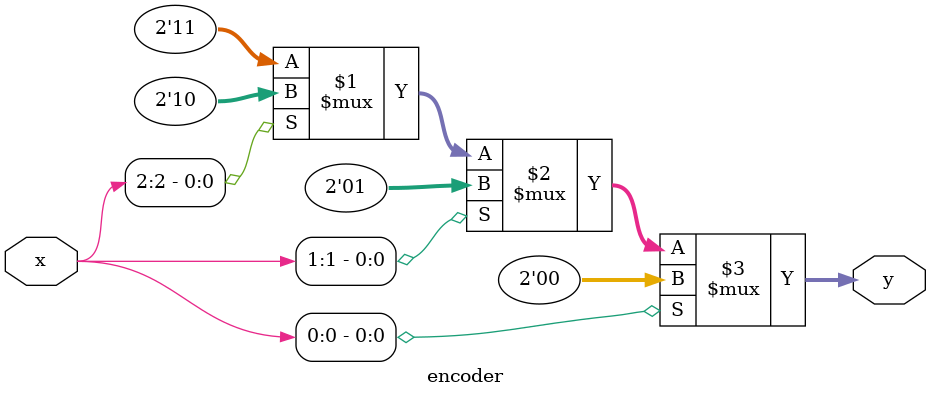
<source format=v>
module encoder
(
	input [3:0] x,
	output [1:0] y
);
assign y = (x[0]) ? 2'b00 : (x[1]) ? 2'b01 : (x[2]) ? 2'b10 : 2'b11; 
endmodule
</source>
